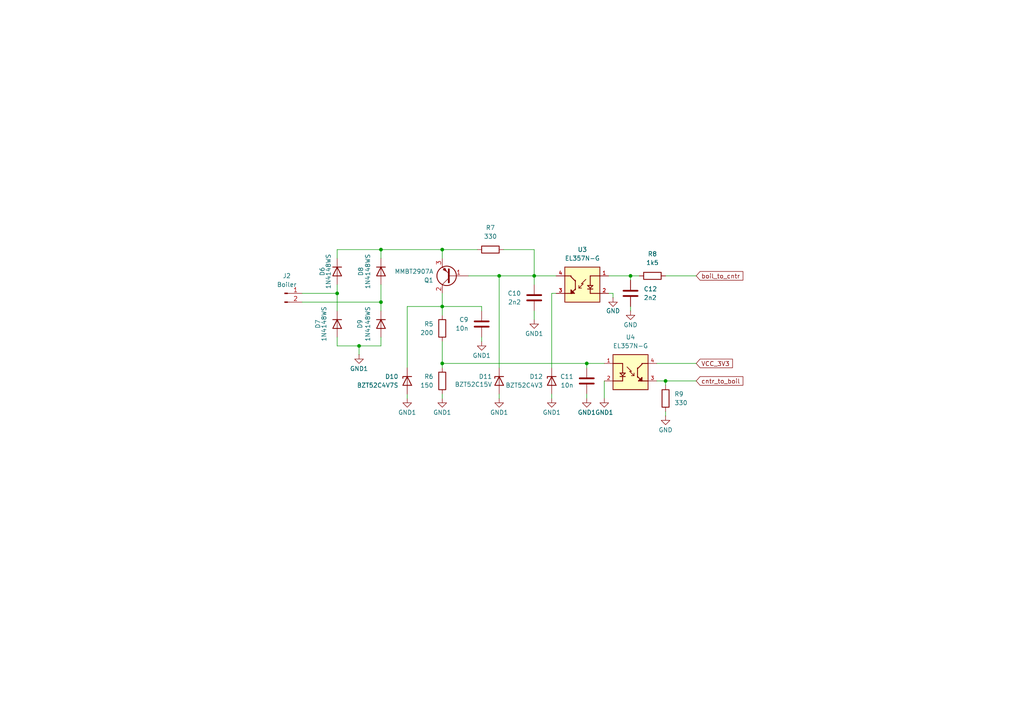
<source format=kicad_sch>
(kicad_sch (version 20231120) (generator "eeschema") (generator_version "8.0")
  (paper "A4")
  (lib_symbols
    (symbol "Connector:Conn_01x02_Pin" (pin_names (offset 1.016) hide)
      (property "Reference" "J" (at 0 2.54 0))
      (property "Value" "Conn_01x02_Pin" (at 0 -5.08 0))
      (symbol "Conn_01x02_Pin_1_1"
        (polyline (pts (xy 1.27 -2.54) (xy 0.8636 -2.54)) (stroke (width 0.1524)))
        (polyline (pts (xy 1.27 0) (xy 0.8636 0)) (stroke (width 0.1524)))
        (rectangle (start 0.8636 -2.413) (end 0 -2.667) (stroke (width 0.1524)) (fill (type outline)))
        (rectangle (start 0.8636 0.127) (end 0 -0.127) (stroke (width 0.1524)) (fill (type outline)))
        (pin passive line (at 5.08 0 180) (length 3.81) (name "Pin_1") (number "1"))
        (pin passive line (at 5.08 -2.54 180) (length 3.81) (name "Pin_2") (number "2"))
      )
    )
    (symbol "D_1" (pin_numbers hide) (pin_names (offset 1.016) hide)
      (property "Reference" "D" (at 0 2.54 0))
      (property "Value" "D" (at 0 -2.54 0))
      (symbol "D_1_0_1"
        (polyline (pts (xy -1.27 1.27) (xy -1.27 -1.27)) (stroke (width 0.254)))
        (polyline (pts (xy 1.27 0) (xy -1.27 0)))
        (polyline (pts (xy 1.27 1.27) (xy 1.27 -1.27) (xy -1.27 0) (xy 1.27 1.27)) (stroke (width 0.254)))
      )
      (symbol "D_1_1_1"
        (pin passive line (at -3.81 0 0) (length 2.54) (name "K") (number "1"))
        (pin passive line (at 3.81 0 180) (length 2.54) (name "A") (number "2"))
      )
    )
    (symbol "D_2" (pin_numbers hide) (pin_names (offset 1.016) hide)
      (property "Reference" "D" (at 0 2.54 0))
      (property "Value" "D" (at 0 -2.54 0))
      (symbol "D_2_0_1"
        (polyline (pts (xy -1.27 1.27) (xy -1.27 -1.27)) (stroke (width 0.254)))
        (polyline (pts (xy 1.27 0) (xy -1.27 0)))
        (polyline (pts (xy 1.27 1.27) (xy 1.27 -1.27) (xy -1.27 0) (xy 1.27 1.27)) (stroke (width 0.254)))
      )
      (symbol "D_2_1_1"
        (pin passive line (at -3.81 0 0) (length 2.54) (name "K") (number "1"))
        (pin passive line (at 3.81 0 180) (length 2.54) (name "A") (number "2"))
      )
    )
    (symbol "D_3" (pin_numbers hide) (pin_names (offset 1.016) hide)
      (property "Reference" "D" (at 0 2.54 0))
      (property "Value" "D" (at 0 -2.54 0))
      (symbol "D_3_0_1"
        (polyline (pts (xy -1.27 1.27) (xy -1.27 -1.27)) (stroke (width 0.254)))
        (polyline (pts (xy 1.27 0) (xy -1.27 0)))
        (polyline (pts (xy 1.27 1.27) (xy 1.27 -1.27) (xy -1.27 0) (xy 1.27 1.27)) (stroke (width 0.254)))
      )
      (symbol "D_3_1_1"
        (pin passive line (at -3.81 0 0) (length 2.54) (name "K") (number "1"))
        (pin passive line (at 3.81 0 180) (length 2.54) (name "A") (number "2"))
      )
    )
    (symbol "D_Zener_1" (pin_numbers hide) (pin_names (offset 1.016) hide)
      (property "Reference" "D" (at 0 2.54 0))
      (property "Value" "D_Zener" (at 0 -2.54 0))
      (symbol "D_Zener_1_0_1"
        (polyline (pts (xy 1.27 0) (xy -1.27 0)))
        (polyline (pts (xy -1.27 -1.27) (xy -1.27 1.27) (xy -0.762 1.27)) (stroke (width 0.254)))
        (polyline (pts (xy 1.27 -1.27) (xy 1.27 1.27) (xy -1.27 0) (xy 1.27 -1.27)) (stroke (width 0.254)))
      )
      (symbol "D_Zener_1_1_1"
        (pin passive line (at -3.81 0 0) (length 2.54) (name "K") (number "1"))
        (pin passive line (at 3.81 0 180) (length 2.54) (name "A") (number "2"))
      )
    )
    (symbol "D_Zener_2" (pin_numbers hide) (pin_names (offset 1.016) hide)
      (property "Reference" "D" (at 0 2.54 0))
      (property "Value" "D_Zener" (at 0 -2.54 0))
      (symbol "D_Zener_2_0_1"
        (polyline (pts (xy 1.27 0) (xy -1.27 0)))
        (polyline (pts (xy -1.27 -1.27) (xy -1.27 1.27) (xy -0.762 1.27)) (stroke (width 0.254)))
        (polyline (pts (xy 1.27 -1.27) (xy 1.27 1.27) (xy -1.27 0) (xy 1.27 -1.27)) (stroke (width 0.254)))
      )
      (symbol "D_Zener_2_1_1"
        (pin passive line (at -3.81 0 0) (length 2.54) (name "K") (number "1"))
        (pin passive line (at 3.81 0 180) (length 2.54) (name "A") (number "2"))
      )
    )
    (symbol "Device:C" (pin_numbers hide) (pin_names (offset 0.254))
      (property "Reference" "C" (at 0.635 2.54 0))
      (property "Value" "C" (at 0.635 -2.54 0))
      (symbol "C_0_1"
        (polyline (pts (xy -2.032 -0.762) (xy 2.032 -0.762)) (stroke (width 0.508)))
        (polyline (pts (xy -2.032 0.762) (xy 2.032 0.762)) (stroke (width 0.508)))
      )
      (symbol "C_1_1"
        (pin passive line (at 0 3.81 270) (length 2.794) (name "~") (number "1"))
        (pin passive line (at 0 -3.81 90) (length 2.794) (name "~") (number "2"))
      )
    )
    (symbol "Device:D_Zener" (pin_numbers hide) (pin_names (offset 1.016) hide)
      (property "Reference" "D" (at 0 2.54 0))
      (property "Value" "D_Zener" (at 0 -2.54 0))
      (symbol "D_Zener_0_1"
        (polyline (pts (xy 1.27 0) (xy -1.27 0)))
        (polyline (pts (xy -1.27 -1.27) (xy -1.27 1.27) (xy -0.762 1.27)) (stroke (width 0.254)))
        (polyline (pts (xy 1.27 -1.27) (xy 1.27 1.27) (xy -1.27 0) (xy 1.27 -1.27)) (stroke (width 0.254)))
      )
      (symbol "D_Zener_1_1"
        (pin passive line (at -3.81 0 0) (length 2.54) (name "K") (number "1"))
        (pin passive line (at 3.81 0 180) (length 2.54) (name "A") (number "2"))
      )
    )
    (symbol "Device:Q_PNP_BCE" (pin_names (offset 0) hide)
      (property "Reference" "Q" (at 5.08 1.27 0))
      (property "Value" "Q_PNP_BCE" (at 5.08 -1.27 0))
      (symbol "Q_PNP_BCE_0_1"
        (polyline (pts (xy 0.635 0.635) (xy 2.54 2.54)))
        (polyline (pts (xy 0.635 -0.635) (xy 2.54 -2.54) (xy 2.54 -2.54)))
        (polyline (pts (xy 0.635 1.905) (xy 0.635 -1.905) (xy 0.635 -1.905)) (stroke (width 0.508)))
        (polyline (pts (xy 2.286 -1.778) (xy 1.778 -2.286) (xy 1.27 -1.27) (xy 2.286 -1.778) (xy 2.286 -1.778)) (fill (type outline)))
        (circle (center 1.27 0) (radius 2.8194) (stroke (width 0.254)))
      )
      (symbol "Q_PNP_BCE_1_1"
        (pin input line (at -5.08 0 0) (length 5.715) (name "B") (number "1"))
        (pin passive line (at 2.54 5.08 270) (length 2.54) (name "C") (number "2"))
        (pin passive line (at 2.54 -5.08 90) (length 2.54) (name "E") (number "3"))
      )
    )
    (symbol "Device:R" (pin_numbers hide) (pin_names (offset 0))
      (property "Reference" "R" (at 2.032 0 90))
      (property "Value" "R" (at 0 0 90))
      (symbol "R_0_1"
        (rectangle (start -1.016 -2.54) (end 1.016 2.54) (stroke (width 0.254)))
      )
      (symbol "R_1_1"
        (pin passive line (at 0 3.81 270) (length 1.27) (name "~") (number "1"))
        (pin passive line (at 0 -3.81 90) (length 1.27) (name "~") (number "2"))
      )
    )
    (symbol "EL357N-G:EL357N-G" (pin_names (offset 1.016))
      (property "Reference" "U" (at -5.08 5.08 0))
      (property "Value" "EL357N-G" (at -5.08 -7.62 0))
      (symbol "EL357N-G_0_0"
        (rectangle (start -5.08 -5.08) (end 5.08 5.08) (stroke (width 0.254)) (fill (type background)))
        (polyline (pts (xy -5.08 2.54) (xy -2.286 2.54)) (stroke (width 0.254)))
        (polyline (pts (xy -3.048 -1.27) (xy -1.524 -1.27)) (stroke (width 0.254)))
        (polyline (pts (xy -3.048 -0.254) (xy -2.286 -1.016)) (stroke (width 0.254)))
        (polyline (pts (xy -2.286 -2.54) (xy -5.08 -2.54)) (stroke (width 0.254)))
        (polyline (pts (xy -2.286 -1.27) (xy -2.286 -2.54)) (stroke (width 0.254)))
        (polyline (pts (xy -2.286 -1.016) (xy -1.524 -0.254)) (stroke (width 0.254)))
        (polyline (pts (xy -2.286 -0.254) (xy -3.048 -0.254)) (stroke (width 0.254)))
        (polyline (pts (xy -2.286 -0.254) (xy -1.524 -0.254)) (stroke (width 0.254)))
        (polyline (pts (xy -2.286 2.54) (xy -2.286 -0.254)) (stroke (width 0.254)))
        (polyline (pts (xy -1.016 1.524) (xy 0.254 0.254)) (stroke (width 0.2032)))
        (polyline (pts (xy -0.254 0.254) (xy 1.016 -1.016)) (stroke (width 0.2032)))
        (polyline (pts (xy 0.254 0.254) (xy -0.254 0.254)) (stroke (width 0.2032)))
        (polyline (pts (xy 1.016 -1.016) (xy 0.254 -1.016)) (stroke (width 0.2032)))
        (polyline (pts (xy 1.016 -1.016) (xy 1.016 -0.254)) (stroke (width 0.2032)))
        (polyline (pts (xy 2.032 -1.27) (xy 2.032 -1.524)) (stroke (width 0.254)))
        (polyline (pts (xy 2.032 -1.27) (xy 3.302 -2.54)) (stroke (width 0.254)))
        (polyline (pts (xy 2.032 1.016) (xy 2.032 -1.27)) (stroke (width 0.254)))
        (polyline (pts (xy 2.032 1.016) (xy 2.032 1.27)) (stroke (width 0.254)))
        (polyline (pts (xy 2.286 -2.54) (xy 3.048 -2.54)) (stroke (width 0.254)))
        (polyline (pts (xy 2.54 -2.286) (xy 2.286 -2.54)) (stroke (width 0.254)))
        (polyline (pts (xy 2.54 -2.286) (xy 2.794 -2.286)) (stroke (width 0.254)))
        (polyline (pts (xy 2.794 -2.286) (xy 3.048 -2.54)) (stroke (width 0.254)))
        (polyline (pts (xy 3.048 -2.54) (xy 3.048 -2.032)) (stroke (width 0.254)))
        (polyline (pts (xy 3.048 -2.54) (xy 3.302 -2.54)) (stroke (width 0.254)))
        (polyline (pts (xy 3.048 -2.032) (xy 2.794 -2.286)) (stroke (width 0.254)))
        (polyline (pts (xy 3.048 -2.032) (xy 3.302 -1.778)) (stroke (width 0.254)))
        (polyline (pts (xy 3.302 -2.54) (xy 3.302 -2.286)) (stroke (width 0.254)))
        (polyline (pts (xy 3.302 -2.54) (xy 5.08 -2.54)) (stroke (width 0.254)))
        (polyline (pts (xy 3.302 -2.286) (xy 3.048 -2.032)) (stroke (width 0.254)))
        (polyline (pts (xy 3.302 -2.286) (xy 3.302 -1.778)) (stroke (width 0.254)))
        (polyline (pts (xy 3.302 -1.778) (xy 3.302 -1.524)) (stroke (width 0.254)))
        (polyline (pts (xy 3.302 -1.524) (xy 2.54 -2.286)) (stroke (width 0.254)))
        (polyline (pts (xy 3.302 2.286) (xy 2.032 1.016)) (stroke (width 0.254)))
        (polyline (pts (xy 3.302 2.54) (xy 3.302 2.286)) (stroke (width 0.254)))
        (polyline (pts (xy 5.08 2.54) (xy 3.302 2.54)) (stroke (width 0.254)))
        (pin passive line (at -7.62 2.54 0) (length 2.54) (name "~") (number "1"))
        (pin passive line (at -7.62 -2.54 0) (length 2.54) (name "~") (number "2"))
        (pin passive line (at 7.62 -2.54 180) (length 2.54) (name "~") (number "3"))
        (pin passive line (at 7.62 2.54 180) (length 2.54) (name "~") (number "4"))
      )
    )
    (symbol "Simulation_SPICE:D" (pin_numbers hide) (pin_names (offset 1.016) hide)
      (property "Reference" "D" (at 0 2.54 0))
      (property "Value" "D" (at 0 -2.54 0))
      (symbol "D_0_1"
        (polyline (pts (xy -1.27 1.27) (xy -1.27 -1.27)) (stroke (width 0.254)))
        (polyline (pts (xy 1.27 0) (xy -1.27 0)))
        (polyline (pts (xy 1.27 1.27) (xy 1.27 -1.27) (xy -1.27 0) (xy 1.27 1.27)) (stroke (width 0.254)))
      )
      (symbol "D_1_1"
        (pin passive line (at -3.81 0 0) (length 2.54) (name "K") (number "1"))
        (pin passive line (at 3.81 0 180) (length 2.54) (name "A") (number "2"))
      )
    )
    (symbol "power:GND" (power) (pin_numbers hide) (pin_names (offset 0) hide)
      (property "Value" "GND" (at 0 -3.81 0))
      (symbol "GND_0_1"
        (polyline (pts (xy 0 0) (xy 0 -1.27) (xy 1.27 -1.27) (xy 0 -2.54) (xy -1.27 -1.27) (xy 0 -1.27)))
      )
      (symbol "GND_1_1"
        (pin power_in line (at 0 0 270) (length 0) (name "~") (number "1"))
      )
    )
    (symbol "power:GND1" (power) (pin_numbers hide) (pin_names (offset 0) hide)
      (property "Value" "GND1" (at 0 -3.81 0))
      (symbol "GND1_0_1"
        (polyline (pts (xy 0 0) (xy 0 -1.27) (xy 1.27 -1.27) (xy 0 -2.54) (xy -1.27 -1.27) (xy 0 -1.27)))
      )
      (symbol "GND1_1_1"
        (pin power_in line (at 0 0 270) (length 0) (name "~") (number "1"))
      )
    )
  )
  (junction (at 128.27 72.39))
  (junction (at 154.94 80.01))
  (junction (at 193.04 110.49))
  (junction (at 104.14 100.33))
  (junction (at 128.27 105.41))
  (junction (at 128.27 88.9))
  (junction (at 97.79 85.09))
  (junction (at 170.18 105.41))
  (junction (at 182.88 80.01))
  (junction (at 144.78 80.01))
  (junction (at 110.49 87.63))
  (junction (at 110.49 72.39))
  (wire (pts (xy 144.78 114.3) (xy 144.78 115.57)))
  (wire (pts (xy 139.7 97.79) (xy 139.7 99.06)))
  (wire (pts (xy 118.11 114.3) (xy 118.11 115.57)))
  (wire (pts (xy 97.79 74.93) (xy 97.79 72.39)))
  (wire (pts (xy 177.8 85.09) (xy 177.8 86.36)))
  (wire (pts (xy 128.27 99.06) (xy 128.27 105.41)))
  (wire (pts (xy 87.63 85.09) (xy 97.79 85.09)))
  (wire (pts (xy 110.49 72.39) (xy 110.49 74.93)))
  (wire (pts (xy 154.94 80.01) (xy 161.29 80.01)))
  (wire (pts (xy 128.27 85.09) (xy 128.27 88.9)))
  (wire (pts (xy 97.79 82.55) (xy 97.79 85.09)))
  (wire (pts (xy 175.26 110.49) (xy 175.26 115.57)))
  (wire (pts (xy 97.79 85.09) (xy 97.79 90.17)))
  (wire (pts (xy 190.5 105.41) (xy 201.93 105.41)))
  (wire (pts (xy 104.14 100.33) (xy 97.79 100.33)))
  (wire (pts (xy 118.11 88.9) (xy 118.11 106.68)))
  (wire (pts (xy 144.78 80.01) (xy 154.94 80.01)))
  (wire (pts (xy 128.27 105.41) (xy 170.18 105.41)))
  (wire (pts (xy 128.27 88.9) (xy 128.27 91.44)))
  (wire (pts (xy 160.02 114.3) (xy 160.02 115.57)))
  (wire (pts (xy 170.18 114.3) (xy 170.18 115.57)))
  (wire (pts (xy 154.94 90.17) (xy 154.94 92.71)))
  (wire (pts (xy 182.88 80.01) (xy 182.88 81.28)))
  (wire (pts (xy 193.04 110.49) (xy 193.04 111.76)))
  (wire (pts (xy 110.49 97.79) (xy 110.49 100.33)))
  (wire (pts (xy 144.78 80.01) (xy 144.78 106.68)))
  (wire (pts (xy 176.53 80.01) (xy 182.88 80.01)))
  (wire (pts (xy 128.27 72.39) (xy 128.27 74.93)))
  (wire (pts (xy 190.5 110.49) (xy 193.04 110.49)))
  (wire (pts (xy 193.04 119.38) (xy 193.04 120.65)))
  (wire (pts (xy 104.14 100.33) (xy 104.14 102.87)))
  (wire (pts (xy 160.02 85.09) (xy 161.29 85.09)))
  (wire (pts (xy 193.04 80.01) (xy 201.93 80.01)))
  (wire (pts (xy 139.7 88.9) (xy 128.27 88.9)))
  (wire (pts (xy 87.63 87.63) (xy 110.49 87.63)))
  (wire (pts (xy 193.04 110.49) (xy 201.93 110.49)))
  (wire (pts (xy 128.27 88.9) (xy 118.11 88.9)))
  (wire (pts (xy 170.18 105.41) (xy 170.18 106.68)))
  (wire (pts (xy 160.02 85.09) (xy 160.02 106.68)))
  (wire (pts (xy 139.7 90.17) (xy 139.7 88.9)))
  (wire (pts (xy 97.79 72.39) (xy 110.49 72.39)))
  (wire (pts (xy 154.94 80.01) (xy 154.94 72.39)))
  (wire (pts (xy 110.49 82.55) (xy 110.49 87.63)))
  (wire (pts (xy 176.53 85.09) (xy 177.8 85.09)))
  (wire (pts (xy 128.27 114.3) (xy 128.27 115.57)))
  (wire (pts (xy 110.49 72.39) (xy 128.27 72.39)))
  (wire (pts (xy 128.27 105.41) (xy 128.27 106.68)))
  (wire (pts (xy 182.88 88.9) (xy 182.88 90.17)))
  (wire (pts (xy 185.42 80.01) (xy 182.88 80.01)))
  (wire (pts (xy 135.89 80.01) (xy 144.78 80.01)))
  (wire (pts (xy 110.49 100.33) (xy 104.14 100.33)))
  (wire (pts (xy 154.94 80.01) (xy 154.94 82.55)))
  (wire (pts (xy 170.18 105.41) (xy 175.26 105.41)))
  (wire (pts (xy 138.43 72.39) (xy 128.27 72.39)))
  (wire (pts (xy 97.79 100.33) (xy 97.79 97.79)))
  (wire (pts (xy 110.49 87.63) (xy 110.49 90.17)))
  (wire (pts (xy 146.05 72.39) (xy 154.94 72.39)))
  (global_label "cntr_to_boil" (shape input) (at 201.93 110.49 0) (property "Intersheetrefs" "${INTERSHEET_REFS}" (effects (hide yes))))
  (global_label "boil_to_cntr" (shape input) (at 201.93 80.01 0) (property "Intersheetrefs" "${INTERSHEET_REFS}" (effects (hide yes))))
  (global_label "VCC_3V3" (shape input) (at 201.93 105.41 0) (property "Intersheetrefs" "${INTERSHEET_REFS}" (effects (hide yes))))
  (symbol (lib_id "power:GND1") (at 144.78 115.57 0) (unit 1)
    (property "Reference" "#PWR016" (effects (hide yes)))
    (property "Value" "GND1" (at 144.78 119.634 0))
    (property "Description" "Power symbol creates a global label with name \"GND1\" , ground" (effects (hide yes)))
  )
  (symbol (lib_name "D_Zener_2") (lib_id "Device:D_Zener") (at 144.78 110.49 90) (mirror x) (unit 1)
    (property "Reference" "D11" (at 142.748 109.22 90) (effects (justify left)))
    (property "Value" "BZT52C15V" (at 142.748 111.506 90) (effects (justify left)))
    (property "Footprint" "Diode_SMD:D_SOD-123" (effects (hide yes)))
    (property "Description" "Zener diode" (effects (hide yes)))
    (property "Sim.Device" "D" (effects (hide yes)))
    (property "Sim.Pins" "1=K 2=A" (effects (hide yes)))
    (property "Sim.Params" "bv=15" (effects (hide yes)))
    (property "LCSC Part # " "C5299435" (effects (hide yes)))
  )
  (symbol (lib_id "Device:R") (at 128.27 110.49 0) (mirror y) (unit 1)
    (property "Reference" "R6" (at 125.73 109.2199 0) (effects (justify left)))
    (property "Value" "150" (at 125.73 111.7599 0) (effects (justify left)))
    (property "Footprint" "Resistor_SMD:R_0805_2012Metric" (effects (hide yes)))
    (property "Description" "Resistor" (effects (hide yes)))
    (property "LCSC Part # " "C17471" (effects (hide yes)))
  )
  (symbol (lib_id "Device:C") (at 182.88 85.09 180) (unit 1)
    (property "Reference" "C12" (at 186.69 83.8199 0) (effects (justify right)))
    (property "Value" "2n2" (at 186.69 86.3599 0) (effects (justify right)))
    (property "Footprint" "Capacitor_SMD:C_0603_1608Metric" (effects (hide yes)))
    (property "Description" "Unpolarized capacitor" (effects (hide yes)))
    (property "LCSC Part # " "C1604" (effects (hide yes)))
  )
  (symbol (lib_id "power:GND1") (at 139.7 99.06 0) (unit 1)
    (property "Reference" "#PWR021" (effects (hide yes)))
    (property "Value" "GND1" (at 139.7 103.124 0))
    (property "Description" "Power symbol creates a global label with name \"GND1\" , ground" (effects (hide yes)))
  )
  (symbol (lib_id "power:GND1") (at 154.94 92.71 0) (unit 1)
    (property "Reference" "#PWR020" (effects (hide yes)))
    (property "Value" "GND1" (at 154.94 96.774 0))
    (property "Description" "Power symbol creates a global label with name \"GND1\" , ground" (effects (hide yes)))
  )
  (symbol (lib_id "Connector:Conn_01x02_Pin") (at 82.55 85.09 0) (unit 1)
    (property "Reference" "J2" (at 83.185 80.01 0))
    (property "Value" "Boiler" (at 83.185 82.55 0))
    (property "Footprint" "Connector_JST:JST_SH_SM02B-SRSS-TB_1x02-1MP_P1.00mm_Horizontal" (effects (hide yes)))
    (property "Datasheet" "https://www.lcsc.com/datasheet/lcsc_datasheet_2304140030_JST-SM02B-SRSS-TB-LF-SN_C160402.pdf" (effects (hide yes)))
    (property "Description" "Generic connector, single row, 01x02, script generated" (effects (hide yes)))
    (property "LCSC Part # " "C160402" (effects (hide yes)))
  )
  (symbol (lib_name "D_1") (lib_id "Simulation_SPICE:D") (at 97.79 78.74 270) (unit 1)
    (property "Reference" "D6" (at 93.472 78.74 0))
    (property "Value" "1N4148WS" (at 95.25 78.74 0))
    (property "Footprint" "Diode_SMD:D_SOD-323" (effects (hide yes)))
    (property "Datasheet" "https://ngspice.sourceforge.io/docs/ngspice-html-manual/manual.xhtml#cha_DIODEs" (effects (hide yes)))
    (property "Description" "Diode for simulation or PCB" (effects (hide yes)))
    (property "Sim.Device" "D" (effects (hide yes)))
    (property "Sim.Pins" "1=K 2=A" (effects (hide yes)))
    (property "Sim.Params" "m=0.33 is=1e-14 rs=0.5 n=1.06 tt=5n cjo=1e-12 vj=0.75 fc=0.5" (effects (hide yes)))
    (property "LCSC Part # " "C2128" (effects (hide yes)))
  )
  (symbol (lib_id "power:GND1") (at 128.27 115.57 0) (unit 1)
    (property "Reference" "#PWR015" (effects (hide yes)))
    (property "Value" "GND1" (at 128.27 119.634 0))
    (property "Description" "Power symbol creates a global label with name \"GND1\" , ground" (effects (hide yes)))
  )
  (symbol (lib_id "EL357N-G:EL357N-G") (at 168.91 82.55 0) (mirror y) (unit 1)
    (property "Reference" "U3" (at 168.91 72.39 0))
    (property "Value" "EL357N-G" (at 168.91 74.93 0))
    (property "Footprint" "EL357N-G:OPTO_EL357N-G" (effects (hide yes)))
    (property "MF" "Everlight Electronics" (effects (hide yes)))
    (property "MAXIMUM_PACKAGE_HEIGHT" "2.00mm" (effects (hide yes)))
    (property "Package" "SOP-4 Everlight" (effects (hide yes)))
    (property "Price" "None" (effects (hide yes)))
    (property "Check_prices" "https://www.snapeda.com/parts/EL357N-G/Everlight+Electronics+Co+Ltd/view-part/?ref=eda" (effects (hide yes)))
    (property "STANDARD" "Manufacturer Recommendations" (effects (hide yes)))
    (property "PARTREV" "6" (effects (hide yes)))
    (property "SnapEDA_Link" "https://www.snapeda.com/parts/EL357N-G/Everlight+Electronics+Co+Ltd/view-part/?ref=snap" (effects (hide yes)))
    (property "MP" "EL357N-G" (effects (hide yes)))
    (property "Description_1" "\nOptoisolator Transistor Output 3750Vrms 1 Channel 4-SOP (2.54mm)\n" (effects (hide yes)))
    (property "Availability" "In Stock" (effects (hide yes)))
    (property "MANUFACTURER" "Everlight" (effects (hide yes)))
    (property "LCSC Part # " "C29981" (effects (hide yes)))
  )
  (symbol (lib_id "Device:Q_PNP_BCE") (at 130.81 80.01 180) (unit 1)
    (property "Reference" "Q1" (at 125.73 81.2801 0) (effects (justify left)))
    (property "Value" "MMBT2907A" (at 125.73 78.7401 0) (effects (justify left)))
    (property "Footprint" "Package_TO_SOT_SMD:SOT-23" (effects (hide yes)))
    (property "Description" "PNP transistor, base/collector/emitter" (effects (hide yes)))
    (property "Sim.Device" "PNP" (effects (hide yes)))
    (property "Sim.Type" "GUMMELPOON" (effects (hide yes)))
    (property "Sim.Pins" "1=B 2=C 3=E" (effects (hide yes)))
    (property "Sim.Params" "is=1.7E-14 bf=240 nf=1 vaf=100 ikf=0.2 ise=1E-13 ne=2 br=7 nr=1 var=10 ikr=0.03 isc=1E-13 nc=2 rb=10 re=0.5 rc=1 cje=13.5p vje=0.6 mje=0.33 tf=0.35n cjc=6.5p vjc=0.5 mjc=0.4 tr=30n xtb=1.5 eg=1.11 kf=0 af=1" (effects (hide yes)))
    (property "LCSC Part # " "C916373" (effects (hide yes)))
  )
  (symbol (lib_name "D_3") (lib_id "Simulation_SPICE:D") (at 97.79 93.98 270) (unit 1)
    (property "Reference" "D7" (at 92.202 93.98 0))
    (property "Value" "1N4148WS" (at 93.98 93.98 0))
    (property "Footprint" "Diode_SMD:D_SOD-323" (effects (hide yes)))
    (property "Datasheet" "https://ngspice.sourceforge.io/docs/ngspice-html-manual/manual.xhtml#cha_DIODEs" (effects (hide yes)))
    (property "Description" "Diode for simulation or PCB" (effects (hide yes)))
    (property "Sim.Device" "D" (effects (hide yes)))
    (property "Sim.Pins" "1=K 2=A" (effects (hide yes)))
    (property "Sim.Params" "m=0.33 is=1e-14 rs=0.5 n=1.06 tt=5n cjo=1e-12 vj=0.75 fc=0.5" (effects (hide yes)))
    (property "LCSC Part # " "C2128" (effects (hide yes)))
  )
  (symbol (lib_id "power:GND") (at 182.88 90.17 0) (unit 1)
    (property "Reference" "#PWR023" (effects (hide yes)))
    (property "Value" "GND" (at 182.88 94.234 0))
    (property "Description" "Power symbol creates a global label with name \"GND\" , ground" (effects (hide yes)))
  )
  (symbol (lib_name "D_2") (lib_id "Simulation_SPICE:D") (at 110.49 78.74 270) (unit 1)
    (property "Reference" "D8" (at 104.648 78.74 0))
    (property "Value" "1N4148WS" (at 106.68 78.74 0))
    (property "Footprint" "Diode_SMD:D_SOD-323" (effects (hide yes)))
    (property "Datasheet" "https://ngspice.sourceforge.io/docs/ngspice-html-manual/manual.xhtml#cha_DIODEs" (effects (hide yes)))
    (property "Description" "Diode for simulation or PCB" (effects (hide yes)))
    (property "Sim.Device" "D" (effects (hide yes)))
    (property "Sim.Pins" "1=K 2=A" (effects (hide yes)))
    (property "Sim.Params" "m=0.33 is=1e-14 rs=0.5 n=1.06 tt=5n cjo=1e-12 vj=0.75 fc=0.5" (effects (hide yes)))
    (property "LCSC Part # " "C2128" (effects (hide yes)))
  )
  (symbol (lib_id "power:GND1") (at 170.18 115.57 0) (unit 1)
    (property "Reference" "#PWR018" (effects (hide yes)))
    (property "Value" "GND1" (at 170.18 119.634 0))
    (property "Description" "Power symbol creates a global label with name \"GND1\" , ground" (effects (hide yes)))
  )
  (symbol (lib_id "Device:R") (at 189.23 80.01 270) (unit 1)
    (property "Reference" "R8" (at 189.23 73.66 90))
    (property "Value" "1k5" (at 189.23 76.2 90))
    (property "Footprint" "Diode_SMD:D_0805_2012Metric" (effects (hide yes)))
    (property "Description" "Resistor" (effects (hide yes)))
    (property "LCSC Part # " "C4310" (effects (hide yes)))
  )
  (symbol (lib_id "Device:C") (at 154.94 86.36 0) (mirror y) (unit 1)
    (property "Reference" "C10" (at 151.13 85.0899 0) (effects (justify left)))
    (property "Value" "2n2" (at 151.13 87.6299 0) (effects (justify left)))
    (property "Footprint" "Capacitor_SMD:C_0603_1608Metric" (effects (hide yes)))
    (property "Description" "Unpolarized capacitor" (effects (hide yes)))
    (property "LCSC Part # " "C1604" (effects (hide yes)))
  )
  (symbol (lib_id "power:GND") (at 177.8 86.36 0) (unit 1)
    (property "Reference" "#PWR022" (effects (hide yes)))
    (property "Value" "GND" (at 177.8 90.17 0))
    (property "Description" "Power symbol creates a global label with name \"GND\" , ground" (effects (hide yes)))
  )
  (symbol (lib_id "Device:R") (at 128.27 95.25 0) (mirror y) (unit 1)
    (property "Reference" "R5" (at 125.73 93.9799 0) (effects (justify left)))
    (property "Value" "200" (at 125.73 96.5199 0) (effects (justify left)))
    (property "Footprint" "Resistor_SMD:R_0805_2012Metric" (effects (hide yes)))
    (property "Description" "Resistor" (effects (hide yes)))
    (property "LCSC Part # " "C25292" (effects (hide yes)))
  )
  (symbol (lib_id "Simulation_SPICE:D") (at 110.49 93.98 270) (unit 1)
    (property "Reference" "D9" (at 104.394 93.98 0))
    (property "Value" "1N4148WS" (at 106.68 93.98 0))
    (property "Footprint" "Diode_SMD:D_SOD-323" (effects (hide yes)))
    (property "Datasheet" "https://ngspice.sourceforge.io/docs/ngspice-html-manual/manual.xhtml#cha_DIODEs" (effects (hide yes)))
    (property "Description" "Diode for simulation or PCB" (effects (hide yes)))
    (property "Sim.Device" "D" (effects (hide yes)))
    (property "Sim.Pins" "1=K 2=A" (effects (hide yes)))
    (property "Sim.Params" "m=0.33 is=1e-14 rs=0.5 n=1.06 tt=5n cjo=1e-12 vj=0.75 fc=0.5" (effects (hide yes)))
    (property "LCSC Part # " "C2128" (effects (hide yes)))
  )
  (symbol (lib_id "power:GND1") (at 160.02 115.57 0) (unit 1)
    (property "Reference" "#PWR017" (effects (hide yes)))
    (property "Value" "GND1" (at 160.02 119.634 0))
    (property "Description" "Power symbol creates a global label with name \"GND1\" , ground" (effects (hide yes)))
  )
  (symbol (lib_id "Device:C") (at 170.18 110.49 0) (mirror x) (unit 1)
    (property "Reference" "C11" (at 166.37 109.2199 0) (effects (justify right)))
    (property "Value" "10n" (at 166.37 111.7599 0) (effects (justify right)))
    (property "Footprint" "Capacitor_SMD:C_0603_1608Metric" (effects (hide yes)))
    (property "Description" "Unpolarized capacitor" (effects (hide yes)))
    (property "LCSC Part # " "C57112" (effects (hide yes)))
  )
  (symbol (lib_id "Device:C") (at 139.7 93.98 0) (mirror x) (unit 1)
    (property "Reference" "C9" (at 135.89 92.7099 0) (effects (justify right)))
    (property "Value" "10n" (at 135.89 95.2499 0) (effects (justify right)))
    (property "Footprint" "Capacitor_SMD:C_0603_1608Metric" (effects (hide yes)))
    (property "Description" "Unpolarized capacitor" (effects (hide yes)))
    (property "LCSC Part # " "C57112" (effects (hide yes)))
  )
  (symbol (lib_name "D_Zener_1") (lib_id "Device:D_Zener") (at 160.02 110.49 90) (mirror x) (unit 1)
    (property "Reference" "D12" (at 157.48 109.2199 90) (effects (justify left)))
    (property "Value" "BZT52C4V3" (at 157.48 111.7599 90) (effects (justify left)))
    (property "Footprint" "Diode_SMD:D_SOD-123" (effects (hide yes)))
    (property "Description" "Zener diode" (effects (hide yes)))
    (property "Sim.Device" "D" (effects (hide yes)))
    (property "Sim.Pins" "1=K 2=A" (effects (hide yes)))
    (property "Sim.Params" "bv=4.3" (effects (hide yes)))
    (property "LCSC Part # " "C726993" (effects (hide yes)))
  )
  (symbol (lib_id "power:GND1") (at 104.14 102.87 0) (unit 1)
    (property "Reference" "#PWR013" (effects (hide yes)))
    (property "Value" "GND1" (at 104.14 106.934 0))
    (property "Description" "Power symbol creates a global label with name \"GND1\" , ground" (effects (hide yes)))
  )
  (symbol (lib_id "Device:R") (at 142.24 72.39 270) (unit 1)
    (property "Reference" "R7" (at 142.24 66.04 90))
    (property "Value" "330" (at 142.24 68.58 90))
    (property "Footprint" "Resistor_SMD:R_0805_2012Metric" (effects (hide yes)))
    (property "Description" "Resistor" (effects (hide yes)))
    (property "LCSC Part # " "C17630" (effects (hide yes)))
  )
  (symbol (lib_id "Device:R") (at 193.04 115.57 0) (unit 1)
    (property "Reference" "R9" (at 195.58 114.2999 0) (effects (justify left)))
    (property "Value" "330" (at 195.58 116.8399 0) (effects (justify left)))
    (property "Footprint" "Diode_SMD:D_0805_2012Metric" (effects (hide yes)))
    (property "Description" "Resistor" (effects (hide yes)))
    (property "LCSC Part # " "C17630" (effects (hide yes)))
  )
  (symbol (lib_id "power:GND") (at 193.04 120.65 0) (unit 1)
    (property "Reference" "#PWR024" (effects (hide yes)))
    (property "Value" "GND" (at 193.04 124.714 0))
    (property "Description" "Power symbol creates a global label with name \"GND\" , ground" (effects (hide yes)))
  )
  (symbol (lib_id "EL357N-G:EL357N-G") (at 182.88 107.95 0) (unit 1)
    (property "Reference" "U4" (at 182.88 97.79 0))
    (property "Value" "EL357N-G" (at 182.88 100.33 0))
    (property "Footprint" "EL357N-G:OPTO_EL357N-G" (effects (hide yes)))
    (property "MF" "Everlight Electronics" (effects (hide yes)))
    (property "MAXIMUM_PACKAGE_HEIGHT" "2.00mm" (effects (hide yes)))
    (property "Package" "SOP-4 Everlight" (effects (hide yes)))
    (property "Price" "None" (effects (hide yes)))
    (property "Check_prices" "https://www.snapeda.com/parts/EL357N-G/Everlight+Electronics+Co+Ltd/view-part/?ref=eda" (effects (hide yes)))
    (property "STANDARD" "Manufacturer Recommendations" (effects (hide yes)))
    (property "PARTREV" "6" (effects (hide yes)))
    (property "SnapEDA_Link" "https://www.snapeda.com/parts/EL357N-G/Everlight+Electronics+Co+Ltd/view-part/?ref=snap" (effects (hide yes)))
    (property "MP" "EL357N-G" (effects (hide yes)))
    (property "Description_1" "\nOptoisolator Transistor Output 3750Vrms 1 Channel 4-SOP (2.54mm)\n" (effects (hide yes)))
    (property "Availability" "In Stock" (effects (hide yes)))
    (property "MANUFACTURER" "Everlight" (effects (hide yes)))
    (property "LCSC Part # " "C29981" (effects (hide yes)))
  )
  (symbol (lib_id "power:GND1") (at 118.11 115.57 0) (unit 1)
    (property "Reference" "#PWR014" (effects (hide yes)))
    (property "Value" "GND1" (at 118.11 119.634 0))
    (property "Description" "Power symbol creates a global label with name \"GND1\" , ground" (effects (hide yes)))
  )
  (symbol (lib_id "Device:D_Zener") (at 118.11 110.49 90) (mirror x) (unit 1)
    (property "Reference" "D10" (at 115.57 109.2199 90) (effects (justify left)))
    (property "Value" "BZT52C4V7S" (at 115.57 111.7599 90) (effects (justify left)))
    (property "Footprint" "Diode_SMD:D_SOD-323" (effects (hide yes)))
    (property "Description" "Zener diode" (effects (hide yes)))
    (property "Sim.Device" "D" (effects (hide yes)))
    (property "Sim.Pins" "1=K 2=A" (effects (hide yes)))
    (property "Sim.Params" "m=0.33 is=5.0e-10 rs=0.5 n=1.05 tt=1n cjo=50p vj=0.75 fc=0.5 bv=4.7 ibv=5m" (effects (hide yes)))
    (property "LCSC Part # " "C5190168" (effects (hide yes)))
  )
  (symbol (lib_id "power:GND1") (at 175.26 115.57 0) (unit 1)
    (property "Reference" "#PWR019" (effects (hide yes)))
    (property "Value" "GND1" (at 175.26 119.634 0))
    (property "Description" "Power symbol creates a global label with name \"GND1\" , ground" (effects (hide yes)))
  )
)
</source>
